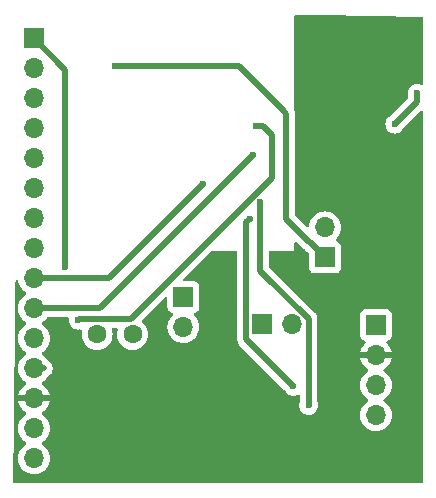
<source format=gbr>
%TF.GenerationSoftware,KiCad,Pcbnew,8.0.6*%
%TF.CreationDate,2024-10-18T13:19:48-03:00*%
%TF.ProjectId,ESP32C6-dev-board,45535033-3243-4362-9d64-65762d626f61,rev?*%
%TF.SameCoordinates,Original*%
%TF.FileFunction,Copper,L2,Bot*%
%TF.FilePolarity,Positive*%
%FSLAX46Y46*%
G04 Gerber Fmt 4.6, Leading zero omitted, Abs format (unit mm)*
G04 Created by KiCad (PCBNEW 8.0.6) date 2024-10-18 13:19:48*
%MOMM*%
%LPD*%
G01*
G04 APERTURE LIST*
%TA.AperFunction,ComponentPad*%
%ADD10R,1.700000X1.700000*%
%TD*%
%TA.AperFunction,ComponentPad*%
%ADD11O,1.700000X1.700000*%
%TD*%
%TA.AperFunction,ComponentPad*%
%ADD12C,1.600000*%
%TD*%
%TA.AperFunction,ViaPad*%
%ADD13C,0.600000*%
%TD*%
%TA.AperFunction,Conductor*%
%ADD14C,0.500000*%
%TD*%
G04 APERTURE END LIST*
D10*
%TO.P,J2,1,Pin_1*%
%TO.N,D0-A0*%
X136600000Y-102725000D03*
D11*
%TO.P,J2,2,Pin_2*%
%TO.N,Net-(J2-Pin_2)*%
X136600000Y-105265000D03*
%TD*%
D10*
%TO.P,J3,1,Pin_1*%
%TO.N,Net-(J3-Pin_1)*%
X152900000Y-105120000D03*
D11*
%TO.P,J3,2,Pin_2*%
%TO.N,GND*%
X152900000Y-107660000D03*
%TO.P,J3,3,Pin_3*%
%TO.N,Net-(J3-Pin_3)*%
X152900000Y-110200000D03*
%TO.P,J3,4,Pin_4*%
%TO.N,Net-(J3-Pin_4)*%
X152900000Y-112740000D03*
%TD*%
D12*
%TO.P,R2,1*%
%TO.N,3V3*%
X129300000Y-105900000D03*
%TO.P,R2,2*%
%TO.N,Net-(J2-Pin_2)*%
X132300000Y-105900000D03*
%TD*%
D10*
%TO.P,J5,1,Pin_1*%
%TO.N,3V3*%
X143225000Y-105000000D03*
D11*
%TO.P,J5,2,Pin_2*%
%TO.N,Net-(J3-Pin_1)*%
X145765000Y-105000000D03*
%TD*%
D10*
%TO.P,J4,1,Pin_1*%
%TO.N,D1-A1*%
X148600000Y-99375000D03*
D11*
%TO.P,J4,2,Pin_2*%
%TO.N,Net-(J4-Pin_2)*%
X148600000Y-96835000D03*
%TD*%
D10*
%TO.P,J1,1,Pin_1*%
%TO.N,D0-A0*%
X123952000Y-80840000D03*
D11*
%TO.P,J1,2,Pin_2*%
%TO.N,D1-A1*%
X123952000Y-83380000D03*
%TO.P,J1,3,Pin_3*%
%TO.N,D2-A2*%
X123952000Y-85920000D03*
%TO.P,J1,4,Pin_4*%
%TO.N,D3*%
X123952000Y-88460000D03*
%TO.P,J1,5,Pin_5*%
%TO.N,D4-SDA*%
X123952000Y-91000000D03*
%TO.P,J1,6,Pin_6*%
%TO.N,D5-SCL*%
X123952000Y-93540000D03*
%TO.P,J1,7,Pin_7*%
%TO.N,D6-TX*%
X123952000Y-96080000D03*
%TO.P,J1,8,Pin_8*%
%TO.N,D7-RX*%
X123952000Y-98620000D03*
%TO.P,J1,9,Pin_9*%
%TO.N,D8-SCK*%
X123952000Y-101160000D03*
%TO.P,J1,10,Pin_10*%
%TO.N,D9-MISO*%
X123952000Y-103700000D03*
%TO.P,J1,11,Pin_11*%
%TO.N,D10-MOSI*%
X123952000Y-106240000D03*
%TO.P,J1,12,Pin_12*%
%TO.N,3V3*%
X123952000Y-108780000D03*
%TO.P,J1,13,Pin_13*%
%TO.N,GND*%
X123952000Y-111320000D03*
%TO.P,J1,14,Pin_14*%
%TO.N,unconnected-(J1-Pin_14-Pad14)*%
X123952000Y-113860000D03*
%TO.P,J1,15,Pin_15*%
%TO.N,VIN*%
X123952000Y-116400000D03*
%TD*%
D13*
%TO.N,GND*%
X128700000Y-109600000D03*
%TO.N,D8-SCK*%
X138299510Y-93200490D03*
%TO.N,D5-SCL*%
X142200000Y-96100000D03*
X145900000Y-110300000D03*
%TO.N,VIN*%
X156400000Y-85500000D03*
X154500000Y-88100000D03*
%TO.N,D4-SDA*%
X143100000Y-94700000D03*
X147200000Y-111900000D03*
%TO.N,D1-A1*%
X130800000Y-83200000D03*
%TO.N,D0-A0*%
X126600000Y-100200000D03*
%TO.N,D9-MISO*%
X142500000Y-90750000D03*
%TO.N,D10-MOSI*%
X127700000Y-104700000D03*
X142750000Y-88250000D03*
%TO.N,GND*%
X146800000Y-83100000D03*
X149900000Y-83000000D03*
X148900000Y-93000000D03*
%TD*%
D14*
%TO.N,3V3*%
X123500000Y-108780000D02*
X124780000Y-108780000D01*
%TO.N,D8-SCK*%
X130340000Y-101160000D02*
X123952000Y-101160000D01*
X138299510Y-93200490D02*
X130340000Y-101160000D01*
%TO.N,D5-SCL*%
X142200000Y-96100000D02*
X141925000Y-96375000D01*
X141925000Y-96375000D02*
X141925000Y-106325000D01*
X141925000Y-106325000D02*
X145900000Y-110300000D01*
%TO.N,VIN*%
X156400000Y-85500000D02*
X156400000Y-86200000D01*
X156400000Y-86200000D02*
X154500000Y-88100000D01*
%TO.N,D4-SDA*%
X143100000Y-94700000D02*
X143100000Y-100496522D01*
X143100000Y-100496522D02*
X147200000Y-104596522D01*
X147200000Y-104596522D02*
X147200000Y-111900000D01*
%TO.N,D1-A1*%
X145300000Y-96100000D02*
X145300000Y-87200000D01*
X147275000Y-98075000D02*
X145300000Y-96100000D01*
X145000000Y-86900000D02*
X141300000Y-83200000D01*
X148600000Y-99375000D02*
X147300000Y-98075000D01*
X145300000Y-87200000D02*
X145000000Y-86900000D01*
X147300000Y-98075000D02*
X147275000Y-98075000D01*
X141300000Y-83200000D02*
X130800000Y-83200000D01*
%TO.N,D0-A0*%
X126600000Y-83488000D02*
X123952000Y-80840000D01*
X126600000Y-100200000D02*
X126600000Y-83488000D01*
%TO.N,D9-MISO*%
X142500000Y-90750000D02*
X129550000Y-103700000D01*
X129550000Y-103700000D02*
X123500000Y-103700000D01*
%TO.N,D10-MOSI*%
X132125000Y-104600000D02*
X144100000Y-92625000D01*
X127800000Y-104600000D02*
X132125000Y-104600000D01*
X143350000Y-88250000D02*
X142750000Y-88250000D01*
X127700000Y-104700000D02*
X127800000Y-104600000D01*
X144100000Y-89000000D02*
X143350000Y-88250000D01*
X144100000Y-92625000D02*
X144100000Y-89000000D01*
%TD*%
%TA.AperFunction,Conductor*%
%TO.N,GND*%
G36*
X148248860Y-78840520D02*
G01*
X156755737Y-78993797D01*
X156822408Y-79014685D01*
X156867204Y-79068305D01*
X156877500Y-79117776D01*
X156877500Y-84644230D01*
X156857815Y-84711269D01*
X156805011Y-84757024D01*
X156735853Y-84766968D01*
X156712546Y-84761272D01*
X156579257Y-84714632D01*
X156579249Y-84714630D01*
X156400004Y-84694435D01*
X156399996Y-84694435D01*
X156220750Y-84714630D01*
X156220745Y-84714631D01*
X156050476Y-84774211D01*
X155897737Y-84870184D01*
X155770184Y-84997737D01*
X155674211Y-85150476D01*
X155614631Y-85320745D01*
X155614630Y-85320750D01*
X155594435Y-85499996D01*
X155594435Y-85500003D01*
X155614630Y-85679249D01*
X155614631Y-85679254D01*
X155642542Y-85759017D01*
X155649500Y-85799972D01*
X155649500Y-85837769D01*
X155629815Y-85904808D01*
X155613181Y-85925450D01*
X154191937Y-87346693D01*
X154155876Y-87369362D01*
X154156756Y-87371188D01*
X154150478Y-87374211D01*
X153997737Y-87470184D01*
X153870184Y-87597737D01*
X153774211Y-87750476D01*
X153714631Y-87920745D01*
X153714630Y-87920750D01*
X153694435Y-88099996D01*
X153694435Y-88100003D01*
X153714630Y-88279249D01*
X153714631Y-88279254D01*
X153774211Y-88449523D01*
X153868462Y-88599522D01*
X153870184Y-88602262D01*
X153997738Y-88729816D01*
X154150478Y-88825789D01*
X154304878Y-88879816D01*
X154320745Y-88885368D01*
X154320750Y-88885369D01*
X154499996Y-88905565D01*
X154500000Y-88905565D01*
X154500004Y-88905565D01*
X154679249Y-88885369D01*
X154679252Y-88885368D01*
X154679255Y-88885368D01*
X154849522Y-88825789D01*
X155002262Y-88729816D01*
X155129816Y-88602262D01*
X155225789Y-88449522D01*
X155225790Y-88449518D01*
X155228811Y-88443246D01*
X155230655Y-88444134D01*
X155253305Y-88408061D01*
X156665820Y-86995546D01*
X156727142Y-86962063D01*
X156796834Y-86967047D01*
X156852767Y-87008919D01*
X156877184Y-87074383D01*
X156877500Y-87083229D01*
X156877500Y-118375500D01*
X156857815Y-118442539D01*
X156805011Y-118488294D01*
X156753500Y-118499500D01*
X122325271Y-118499500D01*
X122258232Y-118479815D01*
X122212477Y-118427011D01*
X122201277Y-118374241D01*
X122249630Y-113611402D01*
X122350017Y-103723248D01*
X122356854Y-103700810D01*
X122353005Y-103693486D01*
X122350580Y-103667802D01*
X122373331Y-101426849D01*
X122393696Y-101360015D01*
X122446961Y-101314799D01*
X122516217Y-101305558D01*
X122579475Y-101335226D01*
X122616651Y-101394385D01*
X122617100Y-101396017D01*
X122678094Y-101623655D01*
X122678096Y-101623659D01*
X122678097Y-101623663D01*
X122772972Y-101827123D01*
X122777965Y-101837830D01*
X122777967Y-101837834D01*
X122913501Y-102031395D01*
X122913506Y-102031402D01*
X123080597Y-102198493D01*
X123080603Y-102198498D01*
X123266158Y-102328425D01*
X123309783Y-102383002D01*
X123316977Y-102452500D01*
X123285454Y-102514855D01*
X123266158Y-102531575D01*
X123080597Y-102661505D01*
X122913505Y-102828597D01*
X122777965Y-103022169D01*
X122777964Y-103022171D01*
X122678098Y-103236335D01*
X122678094Y-103236344D01*
X122616938Y-103464586D01*
X122616936Y-103464596D01*
X122598102Y-103679862D01*
X122593494Y-103691641D01*
X122597539Y-103713702D01*
X122616936Y-103935403D01*
X122616938Y-103935413D01*
X122678094Y-104163655D01*
X122678096Y-104163659D01*
X122678097Y-104163663D01*
X122728463Y-104271673D01*
X122777965Y-104377830D01*
X122777967Y-104377834D01*
X122913501Y-104571395D01*
X122913506Y-104571402D01*
X123080597Y-104738493D01*
X123080603Y-104738498D01*
X123266158Y-104868425D01*
X123309783Y-104923002D01*
X123316977Y-104992500D01*
X123285454Y-105054855D01*
X123266158Y-105071575D01*
X123080597Y-105201505D01*
X122913505Y-105368597D01*
X122777965Y-105562169D01*
X122777964Y-105562171D01*
X122678098Y-105776335D01*
X122678094Y-105776344D01*
X122616938Y-106004586D01*
X122616936Y-106004596D01*
X122596341Y-106239999D01*
X122596341Y-106240000D01*
X122616936Y-106475403D01*
X122616938Y-106475413D01*
X122678094Y-106703655D01*
X122678096Y-106703659D01*
X122678097Y-106703663D01*
X122694640Y-106739139D01*
X122777965Y-106917830D01*
X122777967Y-106917834D01*
X122913501Y-107111395D01*
X122913506Y-107111402D01*
X123080597Y-107278493D01*
X123080603Y-107278498D01*
X123266158Y-107408425D01*
X123309783Y-107463002D01*
X123316977Y-107532500D01*
X123285454Y-107594855D01*
X123266158Y-107611575D01*
X123080597Y-107741505D01*
X122913505Y-107908597D01*
X122777965Y-108102169D01*
X122777964Y-108102171D01*
X122678098Y-108316335D01*
X122678094Y-108316344D01*
X122616938Y-108544586D01*
X122616936Y-108544596D01*
X122596341Y-108779999D01*
X122596341Y-108780000D01*
X122616936Y-109015403D01*
X122616938Y-109015413D01*
X122678094Y-109243655D01*
X122678096Y-109243659D01*
X122678097Y-109243663D01*
X122733722Y-109362951D01*
X122777965Y-109457830D01*
X122777967Y-109457834D01*
X122823017Y-109522171D01*
X122913501Y-109651396D01*
X122913506Y-109651402D01*
X123080597Y-109818493D01*
X123080603Y-109818498D01*
X123266594Y-109948730D01*
X123310219Y-110003307D01*
X123317413Y-110072805D01*
X123285890Y-110135160D01*
X123266595Y-110151880D01*
X123080922Y-110281890D01*
X123080920Y-110281891D01*
X122913891Y-110448920D01*
X122913886Y-110448926D01*
X122778400Y-110642420D01*
X122778399Y-110642422D01*
X122678570Y-110856507D01*
X122678567Y-110856513D01*
X122621364Y-111069999D01*
X122621364Y-111070000D01*
X123518988Y-111070000D01*
X123486075Y-111127007D01*
X123452000Y-111254174D01*
X123452000Y-111385826D01*
X123486075Y-111512993D01*
X123518988Y-111570000D01*
X122621364Y-111570000D01*
X122678567Y-111783486D01*
X122678570Y-111783492D01*
X122778399Y-111997578D01*
X122913894Y-112191082D01*
X123080917Y-112358105D01*
X123266595Y-112488119D01*
X123310219Y-112542696D01*
X123317412Y-112612195D01*
X123285890Y-112674549D01*
X123266595Y-112691269D01*
X123080594Y-112821508D01*
X122913505Y-112988597D01*
X122777965Y-113182169D01*
X122777964Y-113182171D01*
X122678098Y-113396335D01*
X122678094Y-113396344D01*
X122616938Y-113624586D01*
X122616936Y-113624596D01*
X122596341Y-113859999D01*
X122596341Y-113860000D01*
X122616936Y-114095403D01*
X122616938Y-114095413D01*
X122678094Y-114323655D01*
X122678096Y-114323659D01*
X122678097Y-114323663D01*
X122777965Y-114537830D01*
X122777967Y-114537834D01*
X122913501Y-114731395D01*
X122913506Y-114731402D01*
X123080597Y-114898493D01*
X123080603Y-114898498D01*
X123266158Y-115028425D01*
X123309783Y-115083002D01*
X123316977Y-115152500D01*
X123285454Y-115214855D01*
X123266158Y-115231575D01*
X123080597Y-115361505D01*
X122913505Y-115528597D01*
X122777965Y-115722169D01*
X122777964Y-115722171D01*
X122678098Y-115936335D01*
X122678094Y-115936344D01*
X122616938Y-116164586D01*
X122616936Y-116164596D01*
X122596341Y-116399999D01*
X122596341Y-116400000D01*
X122616936Y-116635403D01*
X122616938Y-116635413D01*
X122678094Y-116863655D01*
X122678096Y-116863659D01*
X122678097Y-116863663D01*
X122777965Y-117077830D01*
X122777967Y-117077834D01*
X122886281Y-117232521D01*
X122913505Y-117271401D01*
X123080599Y-117438495D01*
X123177384Y-117506265D01*
X123274165Y-117574032D01*
X123274167Y-117574033D01*
X123274170Y-117574035D01*
X123488337Y-117673903D01*
X123716592Y-117735063D01*
X123904918Y-117751539D01*
X123951999Y-117755659D01*
X123952000Y-117755659D01*
X123952001Y-117755659D01*
X123991234Y-117752226D01*
X124187408Y-117735063D01*
X124415663Y-117673903D01*
X124629830Y-117574035D01*
X124823401Y-117438495D01*
X124990495Y-117271401D01*
X125126035Y-117077830D01*
X125225903Y-116863663D01*
X125287063Y-116635408D01*
X125307659Y-116400000D01*
X125287063Y-116164592D01*
X125225903Y-115936337D01*
X125126035Y-115722171D01*
X124990495Y-115528599D01*
X124990494Y-115528597D01*
X124823402Y-115361506D01*
X124823396Y-115361501D01*
X124637842Y-115231575D01*
X124594217Y-115176998D01*
X124587023Y-115107500D01*
X124618546Y-115045145D01*
X124637842Y-115028425D01*
X124660026Y-115012891D01*
X124823401Y-114898495D01*
X124990495Y-114731401D01*
X125126035Y-114537830D01*
X125225903Y-114323663D01*
X125287063Y-114095408D01*
X125307659Y-113860000D01*
X125287063Y-113624592D01*
X125225903Y-113396337D01*
X125126035Y-113182171D01*
X124990495Y-112988599D01*
X124990494Y-112988597D01*
X124823402Y-112821506D01*
X124823401Y-112821505D01*
X124637405Y-112691269D01*
X124593781Y-112636692D01*
X124586588Y-112567193D01*
X124618110Y-112504839D01*
X124637405Y-112488119D01*
X124823082Y-112358105D01*
X124990105Y-112191082D01*
X125125600Y-111997578D01*
X125225429Y-111783492D01*
X125225432Y-111783486D01*
X125282636Y-111570000D01*
X124385012Y-111570000D01*
X124417925Y-111512993D01*
X124452000Y-111385826D01*
X124452000Y-111254174D01*
X124417925Y-111127007D01*
X124385012Y-111070000D01*
X125282636Y-111070000D01*
X125282635Y-111069999D01*
X125225432Y-110856513D01*
X125225429Y-110856507D01*
X125125600Y-110642422D01*
X125125599Y-110642420D01*
X124990113Y-110448926D01*
X124990108Y-110448920D01*
X124823078Y-110281890D01*
X124637405Y-110151879D01*
X124593780Y-110097302D01*
X124586588Y-110027804D01*
X124618110Y-109965449D01*
X124637406Y-109948730D01*
X124823401Y-109818495D01*
X124990495Y-109651401D01*
X125121146Y-109464811D01*
X125153829Y-109432834D01*
X125258416Y-109362951D01*
X125362948Y-109258419D01*
X125362951Y-109258416D01*
X125445084Y-109135495D01*
X125501658Y-108998913D01*
X125530500Y-108853918D01*
X125530500Y-108706082D01*
X125530500Y-108706079D01*
X125501659Y-108561092D01*
X125501658Y-108561091D01*
X125501658Y-108561087D01*
X125489230Y-108531082D01*
X125445087Y-108424511D01*
X125445080Y-108424498D01*
X125362951Y-108301584D01*
X125362948Y-108301580D01*
X125258416Y-108197048D01*
X125153829Y-108127166D01*
X125121145Y-108095187D01*
X124990494Y-107908597D01*
X124823402Y-107741506D01*
X124823396Y-107741501D01*
X124637842Y-107611575D01*
X124594217Y-107556998D01*
X124587023Y-107487500D01*
X124618546Y-107425145D01*
X124637842Y-107408425D01*
X124717007Y-107352993D01*
X124823401Y-107278495D01*
X124990495Y-107111401D01*
X125126035Y-106917830D01*
X125225903Y-106703663D01*
X125287063Y-106475408D01*
X125307659Y-106240000D01*
X125287063Y-106004592D01*
X125225903Y-105776337D01*
X125126035Y-105562171D01*
X125104652Y-105531632D01*
X124990494Y-105368597D01*
X124823402Y-105201506D01*
X124823396Y-105201501D01*
X124637842Y-105071575D01*
X124594217Y-105016998D01*
X124587023Y-104947500D01*
X124618546Y-104885145D01*
X124637842Y-104868425D01*
X124660026Y-104852891D01*
X124823401Y-104738495D01*
X124990495Y-104571401D01*
X125038127Y-104503376D01*
X125092704Y-104459751D01*
X125139701Y-104450500D01*
X126783791Y-104450500D01*
X126850830Y-104470185D01*
X126896585Y-104522989D01*
X126907011Y-104588384D01*
X126894435Y-104699997D01*
X126894435Y-104700003D01*
X126914630Y-104879249D01*
X126914631Y-104879254D01*
X126974211Y-105049523D01*
X127069706Y-105201501D01*
X127070184Y-105202262D01*
X127197738Y-105329816D01*
X127288080Y-105386582D01*
X127346021Y-105422989D01*
X127350478Y-105425789D01*
X127429683Y-105453504D01*
X127520745Y-105485368D01*
X127520750Y-105485369D01*
X127699996Y-105505565D01*
X127700000Y-105505565D01*
X127700004Y-105505565D01*
X127886175Y-105484589D01*
X127886412Y-105486700D01*
X127945900Y-105490339D01*
X128002262Y-105531632D01*
X128027353Y-105596841D01*
X128023543Y-105639052D01*
X128014366Y-105673303D01*
X128014364Y-105673313D01*
X127994532Y-105899998D01*
X127994532Y-105900001D01*
X128014364Y-106126686D01*
X128014366Y-106126697D01*
X128073258Y-106346488D01*
X128073261Y-106346497D01*
X128169431Y-106552732D01*
X128169432Y-106552734D01*
X128299954Y-106739141D01*
X128460858Y-106900045D01*
X128460861Y-106900047D01*
X128647266Y-107030568D01*
X128853504Y-107126739D01*
X129073308Y-107185635D01*
X129235230Y-107199801D01*
X129299998Y-107205468D01*
X129300000Y-107205468D01*
X129300002Y-107205468D01*
X129356673Y-107200509D01*
X129526692Y-107185635D01*
X129746496Y-107126739D01*
X129952734Y-107030568D01*
X130139139Y-106900047D01*
X130300047Y-106739139D01*
X130430568Y-106552734D01*
X130526739Y-106346496D01*
X130585635Y-106126692D01*
X130605468Y-105900000D01*
X130585635Y-105673308D01*
X130540964Y-105506592D01*
X130542627Y-105436744D01*
X130581790Y-105378881D01*
X130646018Y-105351377D01*
X130660739Y-105350500D01*
X130939261Y-105350500D01*
X131006300Y-105370185D01*
X131052055Y-105422989D01*
X131061999Y-105492147D01*
X131059036Y-105506593D01*
X131014366Y-105673302D01*
X131014364Y-105673313D01*
X130994532Y-105899998D01*
X130994532Y-105900001D01*
X131014364Y-106126686D01*
X131014366Y-106126697D01*
X131073258Y-106346488D01*
X131073261Y-106346497D01*
X131169431Y-106552732D01*
X131169432Y-106552734D01*
X131299954Y-106739141D01*
X131460858Y-106900045D01*
X131460861Y-106900047D01*
X131647266Y-107030568D01*
X131853504Y-107126739D01*
X132073308Y-107185635D01*
X132235230Y-107199801D01*
X132299998Y-107205468D01*
X132300000Y-107205468D01*
X132300002Y-107205468D01*
X132356673Y-107200509D01*
X132526692Y-107185635D01*
X132746496Y-107126739D01*
X132952734Y-107030568D01*
X133139139Y-106900047D01*
X133300047Y-106739139D01*
X133430568Y-106552734D01*
X133526739Y-106346496D01*
X133585635Y-106126692D01*
X133605468Y-105900000D01*
X133585635Y-105673308D01*
X133526739Y-105453504D01*
X133430568Y-105247266D01*
X133300047Y-105060861D01*
X133300045Y-105060858D01*
X133139142Y-104899955D01*
X133111548Y-104880634D01*
X133067922Y-104826057D01*
X133060728Y-104756559D01*
X133092250Y-104694204D01*
X133094957Y-104691409D01*
X135037821Y-102748545D01*
X135099142Y-102715062D01*
X135168834Y-102720046D01*
X135224767Y-102761918D01*
X135249184Y-102827382D01*
X135249500Y-102836228D01*
X135249500Y-103622870D01*
X135249501Y-103622876D01*
X135255908Y-103682483D01*
X135306202Y-103817328D01*
X135306206Y-103817335D01*
X135392452Y-103932544D01*
X135392455Y-103932547D01*
X135507664Y-104018793D01*
X135507671Y-104018797D01*
X135639081Y-104067810D01*
X135695015Y-104109681D01*
X135719432Y-104175145D01*
X135704580Y-104243418D01*
X135683430Y-104271673D01*
X135561503Y-104393600D01*
X135425965Y-104587169D01*
X135425964Y-104587171D01*
X135326098Y-104801335D01*
X135326094Y-104801344D01*
X135264938Y-105029586D01*
X135264936Y-105029596D01*
X135244341Y-105264999D01*
X135244341Y-105265000D01*
X135264936Y-105500403D01*
X135264938Y-105500413D01*
X135326094Y-105728655D01*
X135326096Y-105728659D01*
X135326097Y-105728663D01*
X135408317Y-105904984D01*
X135425965Y-105942830D01*
X135425967Y-105942834D01*
X135520249Y-106077482D01*
X135561505Y-106136401D01*
X135728599Y-106303495D01*
X135790011Y-106346496D01*
X135922165Y-106439032D01*
X135922167Y-106439033D01*
X135922170Y-106439035D01*
X136136337Y-106538903D01*
X136136343Y-106538904D01*
X136136344Y-106538905D01*
X136187948Y-106552732D01*
X136364592Y-106600063D01*
X136552918Y-106616539D01*
X136599999Y-106620659D01*
X136600000Y-106620659D01*
X136600001Y-106620659D01*
X136639234Y-106617226D01*
X136835408Y-106600063D01*
X137063663Y-106538903D01*
X137277830Y-106439035D01*
X137471401Y-106303495D01*
X137638495Y-106136401D01*
X137774035Y-105942830D01*
X137873903Y-105728663D01*
X137935063Y-105500408D01*
X137955659Y-105265000D01*
X137935063Y-105029592D01*
X137873903Y-104801337D01*
X137774035Y-104587171D01*
X137762993Y-104571402D01*
X137638496Y-104393600D01*
X137600233Y-104355337D01*
X137516567Y-104271671D01*
X137483084Y-104210351D01*
X137488068Y-104140659D01*
X137529939Y-104084725D01*
X137560915Y-104067810D01*
X137692331Y-104018796D01*
X137807546Y-103932546D01*
X137893796Y-103817331D01*
X137944091Y-103682483D01*
X137950500Y-103622873D01*
X137950499Y-101827128D01*
X137944091Y-101767517D01*
X137893796Y-101632669D01*
X137893795Y-101632668D01*
X137893793Y-101632664D01*
X137807547Y-101517455D01*
X137807544Y-101517452D01*
X137692335Y-101431206D01*
X137692328Y-101431202D01*
X137557482Y-101380908D01*
X137557483Y-101380908D01*
X137497883Y-101374501D01*
X137497881Y-101374500D01*
X137497873Y-101374500D01*
X137497865Y-101374500D01*
X136711229Y-101374500D01*
X136644190Y-101354815D01*
X136598435Y-101302011D01*
X136588491Y-101232853D01*
X136617516Y-101169297D01*
X136623548Y-101162819D01*
X138950048Y-98836319D01*
X139011371Y-98802834D01*
X139037729Y-98800000D01*
X141050500Y-98800000D01*
X141117539Y-98819685D01*
X141163294Y-98872489D01*
X141174500Y-98924000D01*
X141174500Y-106398918D01*
X141174500Y-106398920D01*
X141174499Y-106398920D01*
X141203340Y-106543907D01*
X141203343Y-106543917D01*
X141259913Y-106680490D01*
X141259914Y-106680491D01*
X141259916Y-106680495D01*
X141282246Y-106713914D01*
X141332366Y-106788926D01*
X141342051Y-106803420D01*
X141342052Y-106803421D01*
X145146692Y-110608060D01*
X145169356Y-110644129D01*
X145171188Y-110643247D01*
X145174207Y-110649516D01*
X145174211Y-110649522D01*
X145270184Y-110802262D01*
X145397738Y-110929816D01*
X145550478Y-111025789D01*
X145688649Y-111074137D01*
X145720745Y-111085368D01*
X145720750Y-111085369D01*
X145899996Y-111105565D01*
X145900000Y-111105565D01*
X145900004Y-111105565D01*
X146079249Y-111085369D01*
X146079252Y-111085368D01*
X146079255Y-111085368D01*
X146249522Y-111025789D01*
X146249524Y-111025788D01*
X146259527Y-111019503D01*
X146326764Y-111000502D01*
X146393599Y-111020869D01*
X146438814Y-111074137D01*
X146449500Y-111124496D01*
X146449500Y-111600028D01*
X146442542Y-111640982D01*
X146414631Y-111720747D01*
X146394435Y-111899996D01*
X146394435Y-111900003D01*
X146414630Y-112079249D01*
X146414631Y-112079254D01*
X146474211Y-112249523D01*
X146491064Y-112276344D01*
X146570184Y-112402262D01*
X146697738Y-112529816D01*
X146850478Y-112625789D01*
X146989826Y-112674549D01*
X147020745Y-112685368D01*
X147020750Y-112685369D01*
X147199996Y-112705565D01*
X147200000Y-112705565D01*
X147200004Y-112705565D01*
X147379249Y-112685369D01*
X147379252Y-112685368D01*
X147379255Y-112685368D01*
X147549522Y-112625789D01*
X147702262Y-112529816D01*
X147829816Y-112402262D01*
X147925789Y-112249522D01*
X147985368Y-112079255D01*
X148005565Y-111900000D01*
X147985368Y-111720745D01*
X147957458Y-111640982D01*
X147950500Y-111600028D01*
X147950500Y-110199999D01*
X151544341Y-110199999D01*
X151544341Y-110200000D01*
X151564936Y-110435403D01*
X151564938Y-110435413D01*
X151626094Y-110663655D01*
X151626096Y-110663659D01*
X151626097Y-110663663D01*
X151690727Y-110802262D01*
X151725965Y-110877830D01*
X151725967Y-110877834D01*
X151811861Y-111000502D01*
X151860523Y-111069999D01*
X151861501Y-111071395D01*
X151861506Y-111071402D01*
X152028597Y-111238493D01*
X152028603Y-111238498D01*
X152214158Y-111368425D01*
X152257783Y-111423002D01*
X152264977Y-111492500D01*
X152233454Y-111554855D01*
X152214158Y-111571575D01*
X152028597Y-111701505D01*
X151861505Y-111868597D01*
X151725965Y-112062169D01*
X151725964Y-112062171D01*
X151626098Y-112276335D01*
X151626094Y-112276344D01*
X151564938Y-112504586D01*
X151564936Y-112504596D01*
X151544341Y-112739999D01*
X151544341Y-112740000D01*
X151564936Y-112975403D01*
X151564938Y-112975413D01*
X151626094Y-113203655D01*
X151626096Y-113203659D01*
X151626097Y-113203663D01*
X151715942Y-113396335D01*
X151725965Y-113417830D01*
X151725967Y-113417834D01*
X151834281Y-113572521D01*
X151861505Y-113611401D01*
X152028599Y-113778495D01*
X152125384Y-113846265D01*
X152222165Y-113914032D01*
X152222167Y-113914033D01*
X152222170Y-113914035D01*
X152436337Y-114013903D01*
X152664592Y-114075063D01*
X152852918Y-114091539D01*
X152899999Y-114095659D01*
X152900000Y-114095659D01*
X152900001Y-114095659D01*
X152939234Y-114092226D01*
X153135408Y-114075063D01*
X153363663Y-114013903D01*
X153577830Y-113914035D01*
X153771401Y-113778495D01*
X153938495Y-113611401D01*
X154074035Y-113417830D01*
X154173903Y-113203663D01*
X154235063Y-112975408D01*
X154255659Y-112740000D01*
X154235063Y-112504592D01*
X154173903Y-112276337D01*
X154074035Y-112062171D01*
X153960485Y-111900003D01*
X153938494Y-111868597D01*
X153771402Y-111701506D01*
X153771396Y-111701501D01*
X153585842Y-111571575D01*
X153542217Y-111516998D01*
X153535023Y-111447500D01*
X153566546Y-111385145D01*
X153585842Y-111368425D01*
X153608026Y-111352891D01*
X153771401Y-111238495D01*
X153938495Y-111071401D01*
X154074035Y-110877830D01*
X154173903Y-110663663D01*
X154235063Y-110435408D01*
X154255659Y-110200000D01*
X154235063Y-109964592D01*
X154173903Y-109736337D01*
X154074035Y-109522171D01*
X154028984Y-109457830D01*
X153938494Y-109328597D01*
X153771402Y-109161506D01*
X153771401Y-109161505D01*
X153585405Y-109031269D01*
X153541781Y-108976692D01*
X153534588Y-108907193D01*
X153566110Y-108844839D01*
X153585405Y-108828119D01*
X153771082Y-108698105D01*
X153938105Y-108531082D01*
X154073600Y-108337578D01*
X154173429Y-108123492D01*
X154173432Y-108123486D01*
X154230636Y-107910000D01*
X153333012Y-107910000D01*
X153365925Y-107852993D01*
X153400000Y-107725826D01*
X153400000Y-107594174D01*
X153365925Y-107467007D01*
X153333012Y-107410000D01*
X154230636Y-107410000D01*
X154230635Y-107409999D01*
X154173432Y-107196513D01*
X154173429Y-107196507D01*
X154073600Y-106982422D01*
X154073599Y-106982420D01*
X153938113Y-106788926D01*
X153938108Y-106788920D01*
X153816053Y-106666865D01*
X153782568Y-106605542D01*
X153787552Y-106535850D01*
X153829424Y-106479917D01*
X153860400Y-106463002D01*
X153992331Y-106413796D01*
X154107546Y-106327546D01*
X154193796Y-106212331D01*
X154244091Y-106077483D01*
X154250500Y-106017873D01*
X154250499Y-104222128D01*
X154244091Y-104162517D01*
X154231440Y-104128599D01*
X154193797Y-104027671D01*
X154193793Y-104027664D01*
X154107547Y-103912455D01*
X154107544Y-103912452D01*
X153992335Y-103826206D01*
X153992328Y-103826202D01*
X153857482Y-103775908D01*
X153857483Y-103775908D01*
X153797883Y-103769501D01*
X153797881Y-103769500D01*
X153797873Y-103769500D01*
X153797864Y-103769500D01*
X152002129Y-103769500D01*
X152002123Y-103769501D01*
X151942516Y-103775908D01*
X151807671Y-103826202D01*
X151807664Y-103826206D01*
X151692455Y-103912452D01*
X151692452Y-103912455D01*
X151606206Y-104027664D01*
X151606202Y-104027671D01*
X151555908Y-104162517D01*
X151550766Y-104210351D01*
X151549501Y-104222123D01*
X151549500Y-104222135D01*
X151549500Y-106017870D01*
X151549501Y-106017876D01*
X151555908Y-106077483D01*
X151606202Y-106212328D01*
X151606206Y-106212335D01*
X151692452Y-106327544D01*
X151692455Y-106327547D01*
X151807664Y-106413793D01*
X151807671Y-106413797D01*
X151807674Y-106413798D01*
X151939598Y-106463002D01*
X151995531Y-106504873D01*
X152019949Y-106570337D01*
X152005098Y-106638610D01*
X151983947Y-106666865D01*
X151861886Y-106788926D01*
X151726400Y-106982420D01*
X151726399Y-106982422D01*
X151626570Y-107196507D01*
X151626567Y-107196513D01*
X151569364Y-107409999D01*
X151569364Y-107410000D01*
X152466988Y-107410000D01*
X152434075Y-107467007D01*
X152400000Y-107594174D01*
X152400000Y-107725826D01*
X152434075Y-107852993D01*
X152466988Y-107910000D01*
X151569364Y-107910000D01*
X151626567Y-108123486D01*
X151626570Y-108123492D01*
X151726399Y-108337578D01*
X151861894Y-108531082D01*
X152028917Y-108698105D01*
X152214595Y-108828119D01*
X152258219Y-108882696D01*
X152265412Y-108952195D01*
X152233890Y-109014549D01*
X152214595Y-109031269D01*
X152028594Y-109161508D01*
X151861505Y-109328597D01*
X151725965Y-109522169D01*
X151725964Y-109522171D01*
X151626098Y-109736335D01*
X151626094Y-109736344D01*
X151564938Y-109964586D01*
X151564936Y-109964596D01*
X151544341Y-110199999D01*
X147950500Y-110199999D01*
X147950500Y-104522604D01*
X147946675Y-104503376D01*
X147941456Y-104477139D01*
X147941456Y-104477136D01*
X147929512Y-104417094D01*
X147921659Y-104377610D01*
X147882449Y-104282951D01*
X147865084Y-104241027D01*
X147785275Y-104121584D01*
X147782952Y-104118107D01*
X147782951Y-104118105D01*
X143886819Y-100221973D01*
X143853334Y-100160650D01*
X143850500Y-100134292D01*
X143850500Y-98924000D01*
X143870185Y-98856961D01*
X143922989Y-98811206D01*
X143974500Y-98800000D01*
X146000000Y-98800000D01*
X146000000Y-98160730D01*
X146019685Y-98093691D01*
X146072489Y-98047936D01*
X146141647Y-98037992D01*
X146205203Y-98067017D01*
X146211681Y-98073049D01*
X146796586Y-98657954D01*
X146861765Y-98701503D01*
X146880558Y-98716926D01*
X147055539Y-98891907D01*
X147213181Y-99049548D01*
X147246666Y-99110871D01*
X147249500Y-99137229D01*
X147249500Y-100272870D01*
X147249501Y-100272876D01*
X147255908Y-100332483D01*
X147306202Y-100467328D01*
X147306206Y-100467335D01*
X147392452Y-100582544D01*
X147392455Y-100582547D01*
X147507664Y-100668793D01*
X147507671Y-100668797D01*
X147642517Y-100719091D01*
X147642516Y-100719091D01*
X147649444Y-100719835D01*
X147702127Y-100725500D01*
X149497872Y-100725499D01*
X149557483Y-100719091D01*
X149692331Y-100668796D01*
X149807546Y-100582546D01*
X149893796Y-100467331D01*
X149944091Y-100332483D01*
X149950500Y-100272873D01*
X149950499Y-98477128D01*
X149944091Y-98417517D01*
X149893796Y-98282669D01*
X149893795Y-98282668D01*
X149893793Y-98282664D01*
X149807547Y-98167455D01*
X149807544Y-98167452D01*
X149692335Y-98081206D01*
X149692328Y-98081202D01*
X149560917Y-98032189D01*
X149504983Y-97990318D01*
X149480566Y-97924853D01*
X149495418Y-97856580D01*
X149516563Y-97828332D01*
X149638495Y-97706401D01*
X149774035Y-97512830D01*
X149873903Y-97298663D01*
X149935063Y-97070408D01*
X149955659Y-96835000D01*
X149935063Y-96599592D01*
X149873903Y-96371337D01*
X149774035Y-96157171D01*
X149638495Y-95963599D01*
X149638494Y-95963597D01*
X149471402Y-95796506D01*
X149471395Y-95796501D01*
X149277834Y-95660967D01*
X149277830Y-95660965D01*
X149182125Y-95616337D01*
X149063663Y-95561097D01*
X149063659Y-95561096D01*
X149063655Y-95561094D01*
X148835413Y-95499938D01*
X148835403Y-95499936D01*
X148600001Y-95479341D01*
X148599999Y-95479341D01*
X148364596Y-95499936D01*
X148364586Y-95499938D01*
X148136344Y-95561094D01*
X148136335Y-95561098D01*
X147922171Y-95660964D01*
X147922169Y-95660965D01*
X147728597Y-95796505D01*
X147561505Y-95963597D01*
X147425965Y-96157169D01*
X147425964Y-96157171D01*
X147326098Y-96371335D01*
X147326094Y-96371344D01*
X147264938Y-96599586D01*
X147264936Y-96599596D01*
X147255613Y-96706163D01*
X147230160Y-96771231D01*
X147173569Y-96812210D01*
X147103807Y-96816088D01*
X147044404Y-96783036D01*
X146086819Y-95825451D01*
X146053334Y-95764128D01*
X146050500Y-95737770D01*
X146050500Y-87126079D01*
X146027194Y-87008919D01*
X146021658Y-86981087D01*
X146009437Y-86951584D01*
X146000000Y-86904135D01*
X146000000Y-78964500D01*
X146019685Y-78897461D01*
X146072489Y-78851706D01*
X146124000Y-78840500D01*
X148246626Y-78840500D01*
X148248860Y-78840520D01*
G37*
%TD.AperFunction*%
%TD*%
M02*

</source>
